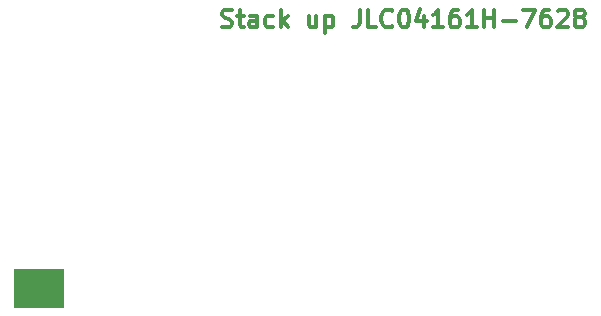
<source format=gbr>
G04 #@! TF.GenerationSoftware,KiCad,Pcbnew,8.0.6*
G04 #@! TF.CreationDate,2024-12-08T21:28:17+08:00*
G04 #@! TF.ProjectId,flex3kicad_pcb,666c6578-336b-4696-9361-645f7063622e,rev?*
G04 #@! TF.SameCoordinates,Original*
G04 #@! TF.FileFunction,Other,User*
%FSLAX46Y46*%
G04 Gerber Fmt 4.6, Leading zero omitted, Abs format (unit mm)*
G04 Created by KiCad (PCBNEW 8.0.6) date 2024-12-08 21:28:17*
%MOMM*%
%LPD*%
G01*
G04 APERTURE LIST*
%ADD10C,0.300000*%
G04 APERTURE END LIST*
G36*
X4800000Y4300000D02*
G01*
X9000000Y4300000D01*
X9000000Y1000000D01*
X4800000Y1000000D01*
X4800000Y4300000D01*
G37*
D10*
X22383082Y24870600D02*
X22597368Y24799172D01*
X22597368Y24799172D02*
X22954510Y24799172D01*
X22954510Y24799172D02*
X23097368Y24870600D01*
X23097368Y24870600D02*
X23168796Y24942029D01*
X23168796Y24942029D02*
X23240225Y25084886D01*
X23240225Y25084886D02*
X23240225Y25227743D01*
X23240225Y25227743D02*
X23168796Y25370600D01*
X23168796Y25370600D02*
X23097368Y25442029D01*
X23097368Y25442029D02*
X22954510Y25513458D01*
X22954510Y25513458D02*
X22668796Y25584886D01*
X22668796Y25584886D02*
X22525939Y25656315D01*
X22525939Y25656315D02*
X22454510Y25727743D01*
X22454510Y25727743D02*
X22383082Y25870600D01*
X22383082Y25870600D02*
X22383082Y26013458D01*
X22383082Y26013458D02*
X22454510Y26156315D01*
X22454510Y26156315D02*
X22525939Y26227743D01*
X22525939Y26227743D02*
X22668796Y26299172D01*
X22668796Y26299172D02*
X23025939Y26299172D01*
X23025939Y26299172D02*
X23240225Y26227743D01*
X23668796Y25799172D02*
X24240224Y25799172D01*
X23883081Y26299172D02*
X23883081Y25013458D01*
X23883081Y25013458D02*
X23954510Y24870600D01*
X23954510Y24870600D02*
X24097367Y24799172D01*
X24097367Y24799172D02*
X24240224Y24799172D01*
X25383082Y24799172D02*
X25383082Y25584886D01*
X25383082Y25584886D02*
X25311653Y25727743D01*
X25311653Y25727743D02*
X25168796Y25799172D01*
X25168796Y25799172D02*
X24883082Y25799172D01*
X24883082Y25799172D02*
X24740224Y25727743D01*
X25383082Y24870600D02*
X25240224Y24799172D01*
X25240224Y24799172D02*
X24883082Y24799172D01*
X24883082Y24799172D02*
X24740224Y24870600D01*
X24740224Y24870600D02*
X24668796Y25013458D01*
X24668796Y25013458D02*
X24668796Y25156315D01*
X24668796Y25156315D02*
X24740224Y25299172D01*
X24740224Y25299172D02*
X24883082Y25370600D01*
X24883082Y25370600D02*
X25240224Y25370600D01*
X25240224Y25370600D02*
X25383082Y25442029D01*
X26740225Y24870600D02*
X26597367Y24799172D01*
X26597367Y24799172D02*
X26311653Y24799172D01*
X26311653Y24799172D02*
X26168796Y24870600D01*
X26168796Y24870600D02*
X26097367Y24942029D01*
X26097367Y24942029D02*
X26025939Y25084886D01*
X26025939Y25084886D02*
X26025939Y25513458D01*
X26025939Y25513458D02*
X26097367Y25656315D01*
X26097367Y25656315D02*
X26168796Y25727743D01*
X26168796Y25727743D02*
X26311653Y25799172D01*
X26311653Y25799172D02*
X26597367Y25799172D01*
X26597367Y25799172D02*
X26740225Y25727743D01*
X27383081Y24799172D02*
X27383081Y26299172D01*
X27525939Y25370600D02*
X27954510Y24799172D01*
X27954510Y25799172D02*
X27383081Y25227743D01*
X30383082Y25799172D02*
X30383082Y24799172D01*
X29740224Y25799172D02*
X29740224Y25013458D01*
X29740224Y25013458D02*
X29811653Y24870600D01*
X29811653Y24870600D02*
X29954510Y24799172D01*
X29954510Y24799172D02*
X30168796Y24799172D01*
X30168796Y24799172D02*
X30311653Y24870600D01*
X30311653Y24870600D02*
X30383082Y24942029D01*
X31097367Y25799172D02*
X31097367Y24299172D01*
X31097367Y25727743D02*
X31240225Y25799172D01*
X31240225Y25799172D02*
X31525939Y25799172D01*
X31525939Y25799172D02*
X31668796Y25727743D01*
X31668796Y25727743D02*
X31740225Y25656315D01*
X31740225Y25656315D02*
X31811653Y25513458D01*
X31811653Y25513458D02*
X31811653Y25084886D01*
X31811653Y25084886D02*
X31740225Y24942029D01*
X31740225Y24942029D02*
X31668796Y24870600D01*
X31668796Y24870600D02*
X31525939Y24799172D01*
X31525939Y24799172D02*
X31240225Y24799172D01*
X31240225Y24799172D02*
X31097367Y24870600D01*
X34025939Y26299172D02*
X34025939Y25227743D01*
X34025939Y25227743D02*
X33954510Y25013458D01*
X33954510Y25013458D02*
X33811653Y24870600D01*
X33811653Y24870600D02*
X33597367Y24799172D01*
X33597367Y24799172D02*
X33454510Y24799172D01*
X35454510Y24799172D02*
X34740224Y24799172D01*
X34740224Y24799172D02*
X34740224Y26299172D01*
X36811653Y24942029D02*
X36740225Y24870600D01*
X36740225Y24870600D02*
X36525939Y24799172D01*
X36525939Y24799172D02*
X36383082Y24799172D01*
X36383082Y24799172D02*
X36168796Y24870600D01*
X36168796Y24870600D02*
X36025939Y25013458D01*
X36025939Y25013458D02*
X35954510Y25156315D01*
X35954510Y25156315D02*
X35883082Y25442029D01*
X35883082Y25442029D02*
X35883082Y25656315D01*
X35883082Y25656315D02*
X35954510Y25942029D01*
X35954510Y25942029D02*
X36025939Y26084886D01*
X36025939Y26084886D02*
X36168796Y26227743D01*
X36168796Y26227743D02*
X36383082Y26299172D01*
X36383082Y26299172D02*
X36525939Y26299172D01*
X36525939Y26299172D02*
X36740225Y26227743D01*
X36740225Y26227743D02*
X36811653Y26156315D01*
X37740225Y26299172D02*
X37883082Y26299172D01*
X37883082Y26299172D02*
X38025939Y26227743D01*
X38025939Y26227743D02*
X38097368Y26156315D01*
X38097368Y26156315D02*
X38168796Y26013458D01*
X38168796Y26013458D02*
X38240225Y25727743D01*
X38240225Y25727743D02*
X38240225Y25370600D01*
X38240225Y25370600D02*
X38168796Y25084886D01*
X38168796Y25084886D02*
X38097368Y24942029D01*
X38097368Y24942029D02*
X38025939Y24870600D01*
X38025939Y24870600D02*
X37883082Y24799172D01*
X37883082Y24799172D02*
X37740225Y24799172D01*
X37740225Y24799172D02*
X37597368Y24870600D01*
X37597368Y24870600D02*
X37525939Y24942029D01*
X37525939Y24942029D02*
X37454510Y25084886D01*
X37454510Y25084886D02*
X37383082Y25370600D01*
X37383082Y25370600D02*
X37383082Y25727743D01*
X37383082Y25727743D02*
X37454510Y26013458D01*
X37454510Y26013458D02*
X37525939Y26156315D01*
X37525939Y26156315D02*
X37597368Y26227743D01*
X37597368Y26227743D02*
X37740225Y26299172D01*
X39525939Y25799172D02*
X39525939Y24799172D01*
X39168796Y26370600D02*
X38811653Y25299172D01*
X38811653Y25299172D02*
X39740224Y25299172D01*
X41097367Y24799172D02*
X40240224Y24799172D01*
X40668795Y24799172D02*
X40668795Y26299172D01*
X40668795Y26299172D02*
X40525938Y26084886D01*
X40525938Y26084886D02*
X40383081Y25942029D01*
X40383081Y25942029D02*
X40240224Y25870600D01*
X42383081Y26299172D02*
X42097366Y26299172D01*
X42097366Y26299172D02*
X41954509Y26227743D01*
X41954509Y26227743D02*
X41883081Y26156315D01*
X41883081Y26156315D02*
X41740223Y25942029D01*
X41740223Y25942029D02*
X41668795Y25656315D01*
X41668795Y25656315D02*
X41668795Y25084886D01*
X41668795Y25084886D02*
X41740223Y24942029D01*
X41740223Y24942029D02*
X41811652Y24870600D01*
X41811652Y24870600D02*
X41954509Y24799172D01*
X41954509Y24799172D02*
X42240223Y24799172D01*
X42240223Y24799172D02*
X42383081Y24870600D01*
X42383081Y24870600D02*
X42454509Y24942029D01*
X42454509Y24942029D02*
X42525938Y25084886D01*
X42525938Y25084886D02*
X42525938Y25442029D01*
X42525938Y25442029D02*
X42454509Y25584886D01*
X42454509Y25584886D02*
X42383081Y25656315D01*
X42383081Y25656315D02*
X42240223Y25727743D01*
X42240223Y25727743D02*
X41954509Y25727743D01*
X41954509Y25727743D02*
X41811652Y25656315D01*
X41811652Y25656315D02*
X41740223Y25584886D01*
X41740223Y25584886D02*
X41668795Y25442029D01*
X43954509Y24799172D02*
X43097366Y24799172D01*
X43525937Y24799172D02*
X43525937Y26299172D01*
X43525937Y26299172D02*
X43383080Y26084886D01*
X43383080Y26084886D02*
X43240223Y25942029D01*
X43240223Y25942029D02*
X43097366Y25870600D01*
X44597365Y24799172D02*
X44597365Y26299172D01*
X44597365Y25584886D02*
X45454508Y25584886D01*
X45454508Y24799172D02*
X45454508Y26299172D01*
X46168794Y25370600D02*
X47311652Y25370600D01*
X47883080Y26299172D02*
X48883080Y26299172D01*
X48883080Y26299172D02*
X48240223Y24799172D01*
X50097366Y26299172D02*
X49811651Y26299172D01*
X49811651Y26299172D02*
X49668794Y26227743D01*
X49668794Y26227743D02*
X49597366Y26156315D01*
X49597366Y26156315D02*
X49454508Y25942029D01*
X49454508Y25942029D02*
X49383080Y25656315D01*
X49383080Y25656315D02*
X49383080Y25084886D01*
X49383080Y25084886D02*
X49454508Y24942029D01*
X49454508Y24942029D02*
X49525937Y24870600D01*
X49525937Y24870600D02*
X49668794Y24799172D01*
X49668794Y24799172D02*
X49954508Y24799172D01*
X49954508Y24799172D02*
X50097366Y24870600D01*
X50097366Y24870600D02*
X50168794Y24942029D01*
X50168794Y24942029D02*
X50240223Y25084886D01*
X50240223Y25084886D02*
X50240223Y25442029D01*
X50240223Y25442029D02*
X50168794Y25584886D01*
X50168794Y25584886D02*
X50097366Y25656315D01*
X50097366Y25656315D02*
X49954508Y25727743D01*
X49954508Y25727743D02*
X49668794Y25727743D01*
X49668794Y25727743D02*
X49525937Y25656315D01*
X49525937Y25656315D02*
X49454508Y25584886D01*
X49454508Y25584886D02*
X49383080Y25442029D01*
X50811651Y26156315D02*
X50883079Y26227743D01*
X50883079Y26227743D02*
X51025937Y26299172D01*
X51025937Y26299172D02*
X51383079Y26299172D01*
X51383079Y26299172D02*
X51525937Y26227743D01*
X51525937Y26227743D02*
X51597365Y26156315D01*
X51597365Y26156315D02*
X51668794Y26013458D01*
X51668794Y26013458D02*
X51668794Y25870600D01*
X51668794Y25870600D02*
X51597365Y25656315D01*
X51597365Y25656315D02*
X50740222Y24799172D01*
X50740222Y24799172D02*
X51668794Y24799172D01*
X52525936Y25656315D02*
X52383079Y25727743D01*
X52383079Y25727743D02*
X52311650Y25799172D01*
X52311650Y25799172D02*
X52240222Y25942029D01*
X52240222Y25942029D02*
X52240222Y26013458D01*
X52240222Y26013458D02*
X52311650Y26156315D01*
X52311650Y26156315D02*
X52383079Y26227743D01*
X52383079Y26227743D02*
X52525936Y26299172D01*
X52525936Y26299172D02*
X52811650Y26299172D01*
X52811650Y26299172D02*
X52954508Y26227743D01*
X52954508Y26227743D02*
X53025936Y26156315D01*
X53025936Y26156315D02*
X53097365Y26013458D01*
X53097365Y26013458D02*
X53097365Y25942029D01*
X53097365Y25942029D02*
X53025936Y25799172D01*
X53025936Y25799172D02*
X52954508Y25727743D01*
X52954508Y25727743D02*
X52811650Y25656315D01*
X52811650Y25656315D02*
X52525936Y25656315D01*
X52525936Y25656315D02*
X52383079Y25584886D01*
X52383079Y25584886D02*
X52311650Y25513458D01*
X52311650Y25513458D02*
X52240222Y25370600D01*
X52240222Y25370600D02*
X52240222Y25084886D01*
X52240222Y25084886D02*
X52311650Y24942029D01*
X52311650Y24942029D02*
X52383079Y24870600D01*
X52383079Y24870600D02*
X52525936Y24799172D01*
X52525936Y24799172D02*
X52811650Y24799172D01*
X52811650Y24799172D02*
X52954508Y24870600D01*
X52954508Y24870600D02*
X53025936Y24942029D01*
X53025936Y24942029D02*
X53097365Y25084886D01*
X53097365Y25084886D02*
X53097365Y25370600D01*
X53097365Y25370600D02*
X53025936Y25513458D01*
X53025936Y25513458D02*
X52954508Y25584886D01*
X52954508Y25584886D02*
X52811650Y25656315D01*
M02*

</source>
